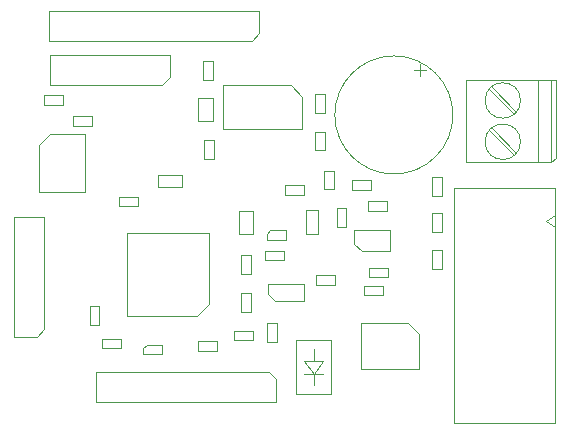
<source format=gbr>
%TF.GenerationSoftware,KiCad,Pcbnew,5.99.0-unknown-70e6d0e79f~115~ubuntu20.04.1*%
%TF.CreationDate,2021-02-01T22:21:39-08:00*%
%TF.ProjectId,T12_Control,5431325f-436f-46e7-9472-6f6c2e6b6963,rev?*%
%TF.SameCoordinates,PXba85060PY68290a0*%
%TF.FileFunction,AssemblyDrawing,Top*%
%FSLAX46Y46*%
G04 Gerber Fmt 4.6, Leading zero omitted, Abs format (unit mm)*
G04 Created by KiCad (PCBNEW 5.99.0-unknown-70e6d0e79f~115~ubuntu20.04.1) date 2021-02-01 22:21:39*
%MOMM*%
%LPD*%
G01*
G04 APERTURE LIST*
%ADD10C,0.100000*%
G04 APERTURE END LIST*
D10*
%TO.C,FB2*%
X21570000Y17570000D02*
X21570000Y19570000D01*
X22770000Y17570000D02*
X21570000Y17570000D01*
X22770000Y19570000D02*
X22770000Y17570000D01*
X21570000Y19570000D02*
X22770000Y19570000D01*
%TO.C,C17*%
X5120000Y29320000D02*
X6720000Y29320000D01*
X5120000Y28520000D02*
X5120000Y29320000D01*
X6720000Y29320000D02*
X6720000Y28520000D01*
X6720000Y28520000D02*
X5120000Y28520000D01*
%TO.C,Q2*%
X27140000Y11920000D02*
X27140000Y13320000D01*
X24670000Y11920000D02*
X24100000Y12470000D01*
X24100000Y12470000D02*
X24100000Y13320000D01*
X24670000Y11920000D02*
X27120000Y11920000D01*
X24100000Y13320000D02*
X27140000Y13320000D01*
%TO.C,R6*%
X34145676Y20355758D02*
X34145676Y19555758D01*
X32545676Y20355758D02*
X34145676Y20355758D01*
X34145676Y19555758D02*
X32545676Y19555758D01*
X32545676Y19555758D02*
X32545676Y20355758D01*
%TO.C,C6*%
X19717787Y7691894D02*
X18117787Y7691894D01*
X19717787Y8491894D02*
X19717787Y7691894D01*
X18117787Y7691894D02*
X18117787Y8491894D01*
X18117787Y8491894D02*
X19717787Y8491894D01*
%TO.C,J5*%
X9542722Y3377271D02*
X9542722Y5917271D01*
X24147722Y5917271D02*
X24782722Y5282271D01*
X9542722Y5917271D02*
X24147722Y5917271D01*
X24782722Y5282271D02*
X24782722Y3377271D01*
X24782722Y3377271D02*
X9542722Y3377271D01*
%TO.C,U1*%
X20270000Y30170000D02*
X20270000Y26470000D01*
X26970000Y26470000D02*
X20270000Y26470000D01*
X25970000Y30170000D02*
X20270000Y30170000D01*
X26970000Y29170000D02*
X26970000Y26470000D01*
X25970000Y30170000D02*
X26970000Y29170000D01*
%TO.C,C8*%
X11477407Y19920848D02*
X11477407Y20720848D01*
X11477407Y20720848D02*
X13077407Y20720848D01*
X13077407Y20720848D02*
X13077407Y19920848D01*
X13077407Y19920848D02*
X11477407Y19920848D01*
%TO.C,C11*%
X21812495Y12611012D02*
X22612495Y12611012D01*
X22612495Y12611012D02*
X22612495Y11011012D01*
X22612495Y11011012D02*
X21812495Y11011012D01*
X21812495Y11011012D02*
X21812495Y12611012D01*
%TO.C,C5*%
X18570000Y30670000D02*
X18570000Y32270000D01*
X19370000Y30670000D02*
X18570000Y30670000D01*
X19370000Y32270000D02*
X19370000Y30670000D01*
X18570000Y32270000D02*
X19370000Y32270000D01*
%TO.C,J6*%
X2573130Y8890000D02*
X2573130Y19050000D01*
X5113130Y9525000D02*
X4478130Y8890000D01*
X4478130Y8890000D02*
X2573130Y8890000D01*
X2573130Y19050000D02*
X5113130Y19050000D01*
X5113130Y19050000D02*
X5113130Y9525000D01*
%TO.C,D3*%
X13820000Y8220000D02*
X13520000Y7920000D01*
X15120000Y8220000D02*
X13820000Y8220000D01*
X13520000Y7920000D02*
X13520000Y7420000D01*
X15120000Y7420000D02*
X15120000Y8220000D01*
X13520000Y7420000D02*
X15120000Y7420000D01*
%TO.C,C9*%
X7582000Y27578000D02*
X9182000Y27578000D01*
X9182000Y27578000D02*
X9182000Y26778000D01*
X7582000Y26778000D02*
X7582000Y27578000D01*
X9182000Y26778000D02*
X7582000Y26778000D01*
%TO.C,R8*%
X24020000Y10020000D02*
X24820000Y10020000D01*
X24820000Y8420000D02*
X24020000Y8420000D01*
X24020000Y8420000D02*
X24020000Y10020000D01*
X24820000Y10020000D02*
X24820000Y8420000D01*
%TO.C,D2*%
X25570000Y17126000D02*
X25570000Y17926000D01*
X23970000Y17126000D02*
X25570000Y17126000D01*
X23970000Y17626000D02*
X23970000Y17126000D01*
X24270000Y17926000D02*
X23970000Y17626000D01*
X25570000Y17926000D02*
X24270000Y17926000D01*
%TO.C,U3*%
X31335247Y17935610D02*
X31335247Y16785610D01*
X31335247Y17935610D02*
X34435247Y17935610D01*
X31985247Y16135610D02*
X34435247Y16135610D01*
X34435247Y17935610D02*
X34435247Y16135610D01*
X31985247Y16135610D02*
X31335247Y16785610D01*
%TO.C,C16*%
X37970000Y17770000D02*
X37970000Y19370000D01*
X38770000Y19370000D02*
X38770000Y17770000D01*
X38770000Y17770000D02*
X37970000Y17770000D01*
X37970000Y19370000D02*
X38770000Y19370000D01*
%TO.C,C4*%
X25492282Y20925438D02*
X25492282Y21725438D01*
X27092282Y20925438D02*
X25492282Y20925438D01*
X25492282Y21725438D02*
X27092282Y21725438D01*
X27092282Y21725438D02*
X27092282Y20925438D01*
%TO.C,C2*%
X28870000Y29443763D02*
X28870000Y27843763D01*
X28070000Y29443763D02*
X28870000Y29443763D01*
X28070000Y27843763D02*
X28070000Y29443763D01*
X28870000Y27843763D02*
X28070000Y27843763D01*
%TO.C,R3*%
X29756000Y14116000D02*
X29756000Y13316000D01*
X28156000Y14116000D02*
X29756000Y14116000D01*
X28156000Y13316000D02*
X28156000Y14116000D01*
X29756000Y13316000D02*
X28156000Y13316000D01*
%TO.C,FB1*%
X19370000Y27120000D02*
X18170000Y27120000D01*
X19370000Y29120000D02*
X19370000Y27120000D01*
X18170000Y27120000D02*
X18170000Y29120000D01*
X18170000Y29120000D02*
X19370000Y29120000D01*
%TO.C,C15*%
X34220000Y13920000D02*
X32620000Y13920000D01*
X32620000Y13920000D02*
X32620000Y14720000D01*
X34220000Y14720000D02*
X34220000Y13920000D01*
X32620000Y14720000D02*
X34220000Y14720000D01*
%TO.C,C1*%
X38770000Y14670000D02*
X37970000Y14670000D01*
X37970000Y16270000D02*
X38770000Y16270000D01*
X38770000Y16270000D02*
X38770000Y14670000D01*
X37970000Y14670000D02*
X37970000Y16270000D01*
%TO.C,J1*%
X40842000Y23650000D02*
X40842000Y30650000D01*
X48442000Y30650000D02*
X48442000Y24050000D01*
X48042000Y23650000D02*
X40842000Y23650000D01*
X48042000Y23650000D02*
X48042000Y30650000D01*
X42804000Y29855000D02*
X44897000Y27763000D01*
X42987000Y30038000D02*
X45080000Y27946000D01*
X48442000Y24050000D02*
X48042000Y23650000D01*
X40842000Y30650000D02*
X48442000Y30650000D01*
X42987000Y26538000D02*
X45080000Y24445000D01*
X42804000Y26355000D02*
X44897000Y24262000D01*
X46942000Y23650000D02*
X46942000Y30650000D01*
X45442000Y25400000D02*
G75*
G03*
X45442000Y25400000I-1500000J0D01*
G01*
X45442000Y28900000D02*
G75*
G03*
X45442000Y28900000I-1500000J0D01*
G01*
%TO.C,RN1*%
X28264503Y19587259D02*
X28264503Y17587259D01*
X27264503Y19587259D02*
X28264503Y19587259D01*
X27264503Y17587259D02*
X27264503Y19587259D01*
X28264503Y17587259D02*
X27264503Y17587259D01*
%TO.C,C3*%
X19470000Y25520000D02*
X19470000Y23920000D01*
X19470000Y23920000D02*
X18670000Y23920000D01*
X18670000Y25520000D02*
X19470000Y25520000D01*
X18670000Y23920000D02*
X18670000Y25520000D01*
%TO.C,R10*%
X37970000Y22420000D02*
X38770000Y22420000D01*
X38770000Y22420000D02*
X38770000Y20820000D01*
X38770000Y20820000D02*
X37970000Y20820000D01*
X37970000Y20820000D02*
X37970000Y22420000D01*
%TO.C,R2*%
X28870000Y26270000D02*
X28870000Y24670000D01*
X28070000Y26270000D02*
X28870000Y26270000D01*
X28070000Y24670000D02*
X28070000Y26270000D01*
X28870000Y24670000D02*
X28070000Y24670000D01*
%TO.C,C14*%
X22783650Y9384958D02*
X22783650Y8584958D01*
X21183650Y9384958D02*
X22783650Y9384958D01*
X21183650Y8584958D02*
X21183650Y9384958D01*
X22783650Y8584958D02*
X21183650Y8584958D01*
%TO.C,Q1*%
X36867000Y6178000D02*
X31967000Y6178000D01*
X31967000Y10078000D02*
X35892000Y10078000D01*
X35892000Y10078000D02*
X36867000Y9103000D01*
X31967000Y6178000D02*
X31967000Y10078000D01*
X36867000Y9103000D02*
X36867000Y6178000D01*
%TO.C,C7*%
X8983143Y9856218D02*
X8983143Y11456218D01*
X8983143Y11456218D02*
X9783143Y11456218D01*
X9783143Y11456218D02*
X9783143Y9856218D01*
X9783143Y9856218D02*
X8983143Y9856218D01*
%TO.C,R1*%
X32220000Y12420000D02*
X32220000Y13220000D01*
X33820000Y12420000D02*
X32220000Y12420000D01*
X33820000Y13220000D02*
X33820000Y12420000D01*
X32220000Y13220000D02*
X33820000Y13220000D01*
%TO.C,R7*%
X25418466Y15366138D02*
X23818466Y15366138D01*
X23818466Y16166138D02*
X25418466Y16166138D01*
X25418466Y16166138D02*
X25418466Y15366138D01*
X23818466Y15366138D02*
X23818466Y16166138D01*
%TO.C,RN2*%
X14748000Y22598000D02*
X16748000Y22598000D01*
X16748000Y22598000D02*
X16748000Y21598000D01*
X14748000Y21598000D02*
X14748000Y22598000D01*
X16748000Y21598000D02*
X14748000Y21598000D01*
%TO.C,U2*%
X4654000Y21172000D02*
X4654000Y25097000D01*
X8554000Y21172000D02*
X4654000Y21172000D01*
X4654000Y25097000D02*
X5629000Y26072000D01*
X8554000Y26072000D02*
X8554000Y21172000D01*
X5629000Y26072000D02*
X8554000Y26072000D01*
%TO.C,C10*%
X22599899Y15814490D02*
X22599899Y14214490D01*
X21799899Y15814490D02*
X22599899Y15814490D01*
X21799899Y14214490D02*
X21799899Y15814490D01*
X22599899Y14214490D02*
X21799899Y14214490D01*
%TO.C,J2*%
X47638893Y18684000D02*
X48346000Y18184000D01*
X48346000Y19184000D02*
X47638893Y18684000D01*
X39846000Y21484000D02*
X39846000Y1584000D01*
X39846000Y1584000D02*
X48346000Y1584000D01*
X48346000Y21484000D02*
X39846000Y21484000D01*
X48346000Y1584000D02*
X48346000Y21484000D01*
%TO.C,D1*%
X27941020Y5700560D02*
X27140920Y6851180D01*
X28690320Y6851180D02*
X27140920Y6851180D01*
X29440000Y4050000D02*
X26440000Y4050000D01*
X26440000Y8650000D02*
X26440000Y4050000D01*
X27941020Y5700560D02*
X28690320Y6851180D01*
X27140920Y5700560D02*
X28741120Y5700560D01*
X27941020Y6851180D02*
X27941020Y7849400D01*
X27941020Y5700560D02*
X27941020Y4798860D01*
X29440000Y8650000D02*
X29440000Y4050000D01*
X26440000Y8650000D02*
X29440000Y8650000D01*
%TO.C,C13*%
X29888516Y19815012D02*
X30688516Y19815012D01*
X30688516Y18215012D02*
X29888516Y18215012D01*
X29888516Y18215012D02*
X29888516Y19815012D01*
X30688516Y19815012D02*
X30688516Y18215012D01*
%TO.C,J4*%
X15114162Y30218285D02*
X5589162Y30218285D01*
X15749162Y30853285D02*
X15114162Y30218285D01*
X5589162Y32758285D02*
X15749162Y32758285D01*
X5589162Y30218285D02*
X5589162Y32758285D01*
X15749162Y32758285D02*
X15749162Y30853285D01*
%TO.C,R9*%
X10020000Y7920000D02*
X10020000Y8720000D01*
X11620000Y8720000D02*
X11620000Y7920000D01*
X11620000Y7920000D02*
X10020000Y7920000D01*
X10020000Y8720000D02*
X11620000Y8720000D01*
%TO.C,J3*%
X23333440Y36480654D02*
X23333440Y34575654D01*
X23333440Y34575654D02*
X22698440Y33940654D01*
X5553440Y33940654D02*
X5553440Y36480654D01*
X5553440Y36480654D02*
X23333440Y36480654D01*
X22698440Y33940654D02*
X5553440Y33940654D01*
%TO.C,R4*%
X28812877Y22962067D02*
X29612877Y22962067D01*
X29612877Y22962067D02*
X29612877Y21362067D01*
X28812877Y21362067D02*
X28812877Y22962067D01*
X29612877Y21362067D02*
X28812877Y21362067D01*
%TO.C,C12*%
X37407500Y31458861D02*
X36407500Y31458861D01*
X36907500Y31958861D02*
X36907500Y30958861D01*
X39720000Y27670000D02*
G75*
G03*
X39720000Y27670000I-5000000J0D01*
G01*
%TO.C,U4*%
X12092500Y10680000D02*
X12092500Y17680000D01*
X12092500Y17680000D02*
X19092500Y17680000D01*
X19092500Y17680000D02*
X19092500Y11680000D01*
X18092500Y10680000D02*
X12092500Y10680000D01*
X19092500Y11680000D02*
X18092500Y10680000D01*
%TO.C,R5*%
X31161794Y21343019D02*
X31161794Y22143019D01*
X32761794Y21343019D02*
X31161794Y21343019D01*
X32761794Y22143019D02*
X32761794Y21343019D01*
X31161794Y22143019D02*
X32761794Y22143019D01*
%TD*%
M02*

</source>
